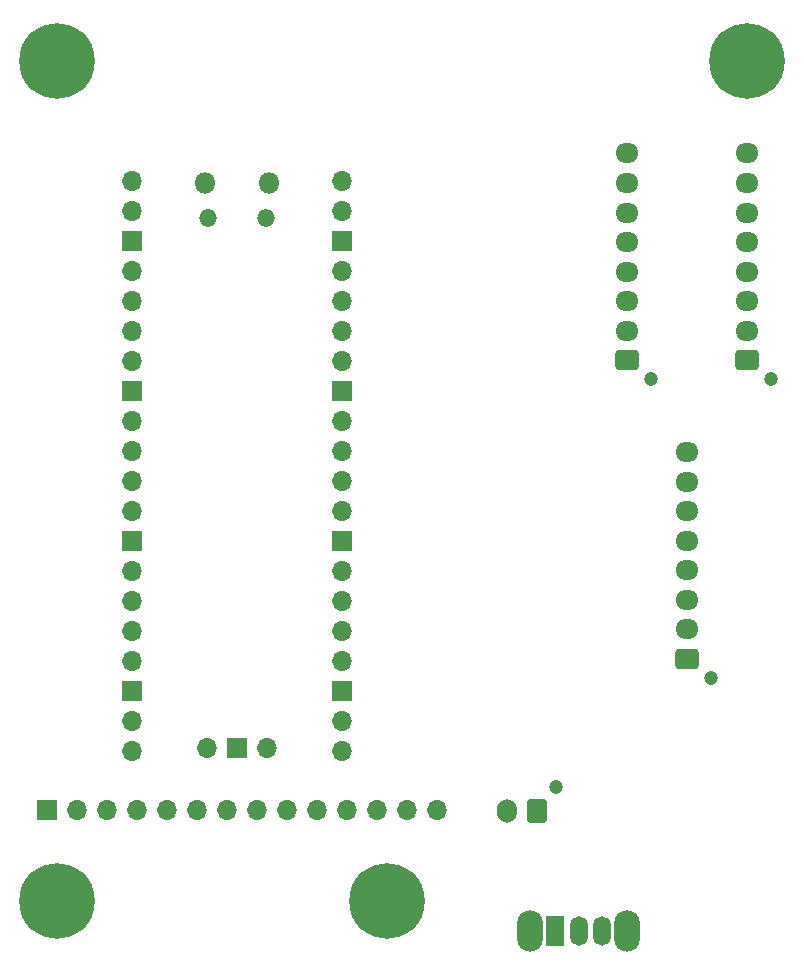
<source format=gbr>
%TF.GenerationSoftware,KiCad,Pcbnew,7.0.8*%
%TF.CreationDate,2025-06-12T15:39:47+08:00*%
%TF.ProjectId,PCB,5043422e-6b69-4636-9164-5f7063625858,rev?*%
%TF.SameCoordinates,Original*%
%TF.FileFunction,Soldermask,Bot*%
%TF.FilePolarity,Negative*%
%FSLAX46Y46*%
G04 Gerber Fmt 4.6, Leading zero omitted, Abs format (unit mm)*
G04 Created by KiCad (PCBNEW 7.0.8) date 2025-06-12 15:39:47*
%MOMM*%
%LPD*%
G01*
G04 APERTURE LIST*
G04 Aperture macros list*
%AMRoundRect*
0 Rectangle with rounded corners*
0 $1 Rounding radius*
0 $2 $3 $4 $5 $6 $7 $8 $9 X,Y pos of 4 corners*
0 Add a 4 corners polygon primitive as box body*
4,1,4,$2,$3,$4,$5,$6,$7,$8,$9,$2,$3,0*
0 Add four circle primitives for the rounded corners*
1,1,$1+$1,$2,$3*
1,1,$1+$1,$4,$5*
1,1,$1+$1,$6,$7*
1,1,$1+$1,$8,$9*
0 Add four rect primitives between the rounded corners*
20,1,$1+$1,$2,$3,$4,$5,0*
20,1,$1+$1,$4,$5,$6,$7,0*
20,1,$1+$1,$6,$7,$8,$9,0*
20,1,$1+$1,$8,$9,$2,$3,0*%
G04 Aperture macros list end*
%ADD10C,1.200000*%
%ADD11RoundRect,0.250000X0.725000X-0.600000X0.725000X0.600000X-0.725000X0.600000X-0.725000X-0.600000X0*%
%ADD12O,1.950000X1.700000*%
%ADD13C,3.600000*%
%ADD14C,6.400000*%
%ADD15O,1.800000X1.800000*%
%ADD16O,1.500000X1.500000*%
%ADD17O,1.700000X1.700000*%
%ADD18R,1.700000X1.700000*%
%ADD19O,2.200000X3.500000*%
%ADD20R,1.500000X2.500000*%
%ADD21O,1.500000X2.500000*%
%ADD22RoundRect,0.250000X0.600000X0.750000X-0.600000X0.750000X-0.600000X-0.750000X0.600000X-0.750000X0*%
%ADD23O,1.700000X2.000000*%
G04 APERTURE END LIST*
D10*
%TO.C,J2*%
X187420000Y-59940000D03*
D11*
X185420000Y-58340000D03*
D12*
X185420000Y-55840000D03*
X185420000Y-53340000D03*
X185420000Y-50840000D03*
X185420000Y-48340000D03*
X185420000Y-45840000D03*
X185420000Y-43340000D03*
X185420000Y-40840000D03*
%TD*%
D13*
%TO.C,H4*%
X137160000Y-104140000D03*
D14*
X137160000Y-104140000D03*
%TD*%
D10*
%TO.C,J3*%
X192500000Y-85220000D03*
D11*
X190500000Y-83620000D03*
D12*
X190500000Y-81120000D03*
X190500000Y-78620000D03*
X190500000Y-76120000D03*
X190500000Y-73620000D03*
X190500000Y-71120000D03*
X190500000Y-68620000D03*
X190500000Y-66120000D03*
%TD*%
D15*
%TO.C,U1*%
X149675000Y-43310000D03*
D16*
X149975000Y-46340000D03*
X154825000Y-46340000D03*
D15*
X155125000Y-43310000D03*
D17*
X143510000Y-43180000D03*
X143510000Y-45720000D03*
D18*
X143510000Y-48260000D03*
D17*
X143510000Y-50800000D03*
X143510000Y-53340000D03*
X143510000Y-55880000D03*
X143510000Y-58420000D03*
D18*
X143510000Y-60960000D03*
D17*
X143510000Y-63500000D03*
X143510000Y-66040000D03*
X143510000Y-68580000D03*
X143510000Y-71120000D03*
D18*
X143510000Y-73660000D03*
D17*
X143510000Y-76200000D03*
X143510000Y-78740000D03*
X143510000Y-81280000D03*
X143510000Y-83820000D03*
D18*
X143510000Y-86360000D03*
D17*
X143510000Y-88900000D03*
X143510000Y-91440000D03*
X161290000Y-91440000D03*
X161290000Y-88900000D03*
D18*
X161290000Y-86360000D03*
D17*
X161290000Y-83820000D03*
X161290000Y-81280000D03*
X161290000Y-78740000D03*
X161290000Y-76200000D03*
D18*
X161290000Y-73660000D03*
D17*
X161290000Y-71120000D03*
X161290000Y-68580000D03*
X161290000Y-66040000D03*
X161290000Y-63500000D03*
D18*
X161290000Y-60960000D03*
D17*
X161290000Y-58420000D03*
X161290000Y-55880000D03*
X161290000Y-53340000D03*
X161290000Y-50800000D03*
D18*
X161290000Y-48260000D03*
D17*
X161290000Y-45720000D03*
X161290000Y-43180000D03*
X149860000Y-91210000D03*
D18*
X152400000Y-91210000D03*
D17*
X154940000Y-91210000D03*
%TD*%
D19*
%TO.C,SW1*%
X177220000Y-106680000D03*
X185420000Y-106680000D03*
D20*
X179320000Y-106680000D03*
D21*
X181320000Y-106680000D03*
X183320000Y-106680000D03*
%TD*%
D18*
%TO.C,J1*%
X136285000Y-96415000D03*
D17*
X138825000Y-96415000D03*
X141365000Y-96415000D03*
X143905000Y-96415000D03*
X146445000Y-96415000D03*
X148985000Y-96415000D03*
X151525000Y-96415000D03*
X154065000Y-96415000D03*
X156605000Y-96415000D03*
X159145000Y-96415000D03*
X161685000Y-96415000D03*
X164225000Y-96415000D03*
X166765000Y-96415000D03*
X169305000Y-96415000D03*
%TD*%
D13*
%TO.C,H1*%
X137160000Y-33020000D03*
D14*
X137160000Y-33020000D03*
%TD*%
D13*
%TO.C,H2*%
X195580000Y-33020000D03*
D14*
X195580000Y-33020000D03*
%TD*%
D13*
%TO.C,H3*%
X165100000Y-104140000D03*
D14*
X165100000Y-104140000D03*
%TD*%
D10*
%TO.C,J5*%
X197580000Y-59940000D03*
D11*
X195580000Y-58340000D03*
D12*
X195580000Y-55840000D03*
X195580000Y-53340000D03*
X195580000Y-50840000D03*
X195580000Y-48340000D03*
X195580000Y-45840000D03*
X195580000Y-43340000D03*
X195580000Y-40840000D03*
%TD*%
D10*
%TO.C,J4*%
X179400000Y-94520000D03*
D22*
X177800000Y-96520000D03*
D23*
X175300000Y-96520000D03*
%TD*%
M02*

</source>
